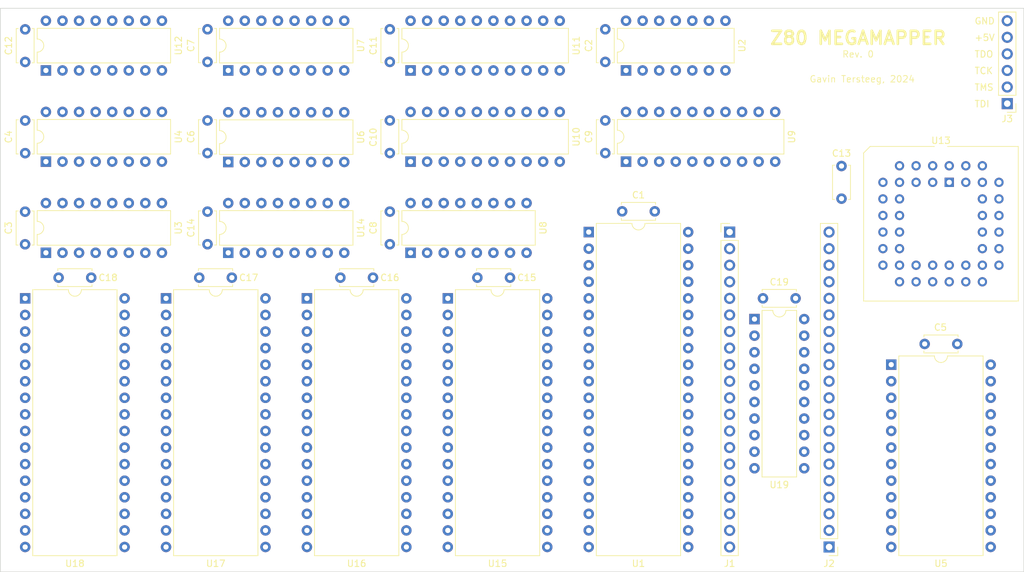
<source format=kicad_pcb>
(kicad_pcb (version 20221018) (generator pcbnew)
  (layers (0 "F.Cu" signal) (31 "B.Cu" signal) (34 "B.Paste" user) (35 "F.Paste" user) (36 "B.SilkS" user "B.Silkscreen") (37 "F.SilkS" user "F.Silkscreen") (38 "B.Mask" user) (39 "F.Mask" user) (44 "Edge.Cuts" user))
  (net 0 "")
  (net 1 "+5V")
  (net 2 "GND")
  (net 3 "/A11")
  (net 4 "/SYS_A12")
  (net 5 "/SYS_A13")
  (net 6 "/SYS_A14")
  (net 7 "/SYS_A15")
  (net 8 "/CLK")
  (net 9 "/D4")
  (net 10 "/D3")
  (net 11 "/D5")
  (net 12 "/D6")
  (net 13 "/D2")
  (net 14 "/D7")
  (net 15 "/D0")
  (net 16 "/D1")
  (net 17 "/*SYS_INT")
  (net 19 "/*HALT")
  (net 20 "/*SYS_MREQ")
  (net 21 "/*SYS_IORQ")
  (net 22 "/*RD")
  (net 23 "/*WR")
  (net 24 "/*BUSAK")
  (net 25 "/*WAIT")
  (net 26 "/*BUSRQ")
  (net 27 "/*RESET")
  (net 28 "/*M1")
  (net 29 "/*RFSH")
  (net 30 "/SYS_A0")
  (net 31 "/SYS_A1")
  (net 32 "/SYS_A2")
  (net 33 "/SYS_A3")
  (net 34 "/SYS_A4")
  (net 35 "/SYS_A5")
  (net 36 "/SYS_A6")
  (net 37 "/SYS_A7")
  (net 38 "/A8")
  (net 39 "/A9")
  (net 40 "/A10")
  (net 41 "Net-(J3-Pin_1)")
  (net 42 "Net-(J3-Pin_2)")
  (net 43 "Net-(J3-Pin_3)")
  (net 44 "Net-(J3-Pin_4)")
  (net 45 "/A12")
  (net 46 "/A13")
  (net 47 "/A14")
  (net 48 "/A15")
  (net 49 "/UB_D4")
  (net 50 "/UB_D3")
  (net 51 "/UB_D5")
  (net 52 "/UB_D6")
  (net 53 "/UB_D2")
  (net 54 "/UB_D7")
  (net 55 "/UB_D0")
  (net 56 "/UB_D1")
  (net 57 "/*INT")
  (net 58 "/*NMI")
  (net 59 "/*MREQ")
  (net 60 "/*IORQ")
  (net 61 "/A0")
  (net 62 "/A1")
  (net 63 "/A2")
  (net 64 "/A3")
  (net 65 "/A4")
  (net 66 "/A5")
  (net 67 "/A6")
  (net 68 "/A7")
  (net 69 "Net-(U4-Q4)")
  (net 70 "/*XMEM_WR")
  (net 74 "/BNK4")
  (net 75 "/BNK2")
  (net 76 "/BNK1")
  (net 77 "/BNK0")
  (net 78 "/*BNK_WR")
  (net 79 "Net-(U14B-A1)")
  (net 80 "Net-(U14B-A0)")
  (net 81 "/BNK5")
  (net 82 "/TRANS0")
  (net 83 "/TRANS1")
  (net 84 "/TRANS2")
  (net 85 "/TRANS3")
  (net 86 "/TRANS4")
  (net 87 "/TRANS5")
  (net 88 "/TRANS6")
  (net 89 "/TRANS7")
  (net 90 "/*TT_WR")
  (net 91 "/TRANS_DIR")
  (net 92 "/A_TRANS")
  (net 93 "/A_CAPT")
  (net 94 "/*UA_OE")
  (net 95 "/*ADDR_WR")
  (net 96 "/*LA_OE")
  (net 98 "Net-(U12-Oa=b)")
  (net 100 "/*ADDR_RD")
  (net 101 "/*XMEM_SEL")
  (net 104 "Net-(U14B-O3)")
  (net 105 "Net-(U14B-O2)")
  (net 106 "Net-(U14B-O1)")
  (net 107 "Net-(U14B-O0)")
  (footprint "Package_DIP:DIP-16_W7.62mm" (layer "F.Cu") (at 106.045 87.05 90)
    (fp_text reference "U6")
    (fp_text value "74LS157")
  )
  (footprint "Package_DIP:DIP-20_W7.62mm" (layer "F.Cu") (at 133.985 86.995 90)
    (fp_text reference "U10")
    (fp_text value "74LS374")
  )
  (footprint "Capacitor_THT:C_Disc_D5.0mm_W2.5mm_P5.00mm" (layer "F.Cu") (at 163.83 66.715 -90)
    (fp_text reference "C2")
    (fp_text value "0.1 uF")
  )
  (footprint "Capacitor_THT:C_Disc_D5.0mm_W2.5mm_P5.00mm" (layer "F.Cu") (at 74.93 66.725 -90)
    (fp_text reference "C12")
    (fp_text value "0.1 uF")
  )
  (footprint "Package_DIP:DIP-16_W7.62mm" (layer "F.Cu") (at 78.105 73.025 90)
    (fp_text reference "U12")
    (fp_text value "74LS85")
  )
  (footprint "Package_DIP:DIP-16_W7.62mm" (layer "F.Cu") (at 133.985 100.965 90)
    (fp_text reference "U8")
    (fp_text value "74LS157")
  )
  (footprint "Capacitor_THT:C_Disc_D5.0mm_W2.5mm_P5.00mm" (layer "F.Cu") (at 102.87 80.685 -90)
    (fp_text reference "C6")
    (fp_text value "0.1 uF")
  )
  (footprint "Package_DIP:DIP-40_W15.24mm" (layer "F.Cu") (at 161.29 97.79)
    (fp_text reference "U1")
    (fp_text value "Z80CPU")
  )
  (footprint "Package_DIP:DIP-20_W7.62mm" (layer "F.Cu") (at 186.69 111.125)
    (fp_text reference "U19")
    (fp_text value "74LS245")
  )
  (footprint "Capacitor_THT:C_Disc_D5.0mm_W2.5mm_P5.00mm" (layer "F.Cu") (at 163.83 80.685 -90)
    (fp_text reference "C9")
    (fp_text value "0.1 uF")
  )
  (footprint "Package_DIP:DIP-16_W7.62mm" (layer "F.Cu") (at 106.045 100.965 90)
    (fp_text reference "U14")
    (fp_text value "74LS139")
  )
  (footprint "Capacitor_THT:C_Disc_D5.0mm_W2.5mm_P5.00mm" (layer "F.Cu") (at 102.87 66.715 -90)
    (fp_text reference "C7")
    (fp_text value "0.1 uF")
  )
  (footprint "Capacitor_THT:C_Disc_D5.0mm_W2.5mm_P5.00mm" (layer "F.Cu") (at 166.41 94.615)
    (fp_text reference "C1")
    (fp_text value "0.1 uF")
  )
  (footprint "Capacitor_THT:C_Disc_D5.0mm_W2.5mm_P5.00mm" (layer "F.Cu") (at 74.915 94.665 -90)
    (fp_text reference "C3")
    (fp_text value "0.1 uF")
  )
  (footprint "Package_DIP:DIP-14_W7.62mm" (layer "F.Cu") (at 167.005 73.025 90)
    (fp_text reference "U2")
    (fp_text value "74LS32")
  )
  (footprint "Package_DIP:DIP-32_W15.24mm" (layer "F.Cu") (at 74.925 107.95)
    (fp_text reference "U18")
    (fp_text value "AS6C4008-55PCN")
  )
  (footprint "Capacitor_THT:C_Disc_D5.0mm_W2.5mm_P5.00mm" (layer "F.Cu") (at 74.93 80.695 -90)
    (fp_text reference "C4")
    (fp_text value "0.1 uF")
  )
  (footprint "Package_DIP:DIP-16_W7.62mm" (layer "F.Cu") (at 106.045 73.025 90)
    (fp_text reference "U7")
    (fp_text value "74LS157")
  )
  (footprint "Capacitor_THT:C_Disc_D5.0mm_W2.5mm_P5.00mm" (layer "F.Cu") (at 187.99 107.945)
    (fp_text reference "C19")
    (fp_text value "0.1 uF")
  )
  (footprint "Capacitor_THT:C_Disc_D5.0mm_W2.5mm_P5.00mm" (layer "F.Cu") (at 200.025 92.67 90)
    (fp_text reference "C13")
    (fp_text value "0.1 uF")
  )
  (footprint "Package_LCC:PLCC-44_THT-Socket" (layer "F.Cu") (at 216.535 90.17)
    (fp_text reference "U13")
    (fp_text value "XC9536PC44")
  )
  (footprint "Capacitor_THT:C_Disc_D5.0mm_W2.5mm_P5.00mm" (layer "F.Cu") (at 130.81 80.685 -90)
    (fp_text reference "C10")
    (fp_text value "0.1 uF")
  )
  (footprint "Connector_PinHeader_2.54mm:PinHeader_1x20_P2.54mm_Vertical" (layer "F.Cu") (at 198.12 146.05 180)
    (fp_text reference "J2")
    (fp_text value "Z80 Socket Header")
  )
  (footprint "Capacitor_THT:C_Disc_D5.0mm_W2.5mm_P5.00mm" (layer "F.Cu") (at 123.23 104.775)
    (fp_text reference "C16")
    (fp_text value "0.1 uF")
  )
  (footprint "Package_DIP:DIP-16_W7.62mm" (layer "F.Cu") (at 78.105 100.965 90)
    (fp_text reference "U3")
    (fp_text value "74LS670")
  )
  (footprint "Package_DIP:DIP-20_W7.62mm" (layer "F.Cu") (at 167.005 86.995 90)
    (fp_text reference "U9")
    (fp_text value "74LS244")
  )
  (footprint "Capacitor_THT:C_Disc_D5.0mm_W2.5mm_P5.00mm" (layer "F.Cu") (at 102.87 94.655 -90)
    (fp_text reference "C14")
    (fp_text value "0.1 uF")
  )
  (footprint "Capacitor_THT:C_Disc_D5.0mm_W2.5mm_P5.00mm" (layer "F.Cu") (at 130.81 94.655 -90)
    (fp_text reference "C8")
    (fp_text value "0.1 uF")
  )
  (footprint "Package_DIP:DIP-32_W15.24mm" (layer "F.Cu") (at 139.695 107.95)
    (fp_text reference "U15")
    (fp_text value "AS6C4008-55PCN")
  )
  (footprint "Package_DIP:DIP-16_W7.62mm" (layer "F.Cu") (at 78.105 86.995 90)
    (fp_text reference "U4")
    (fp_text value "74LS670")
  )
  (footprint "Capacitor_THT:C_Disc_D5.0mm_W2.5mm_P5.00mm" (layer "F.Cu") (at 85.05 104.775 180)
    (fp_text reference "C18")
    (fp_text value "0.1 uF")
  )
  (footprint "Capacitor_THT:C_Disc_D5.0mm_W2.5mm_P5.00mm" (layer "F.Cu") (at 149.225 104.775 180)
    (fp_text reference "C15")
    (fp_text value "0.1 uF")
  )
  (footprint "Package_DIP:DIP-32_W15.24mm" (layer "F.Cu") (at 96.515 107.95)
    (fp_text reference "U17")
    (fp_text value "AS6C4008-55PCN")
  )
  (footprint "Package_DIP:DIP-32_W15.24mm" (layer "F.Cu") (at 118.105 107.95)
    (fp_text reference "U16")
    (fp_text value "AS6C4008-55PCN")
  )
  (footprint "Capacitor_THT:C_Disc_D5.0mm_W2.5mm_P5.00mm" (layer "F.Cu") (at 106.6 104.775 180)
    (fp_text reference "C17")
    (fp_text value "0.1 uF")
  )
  (footprint "Capacitor_THT:C_Disc_D5.0mm_W2.5mm_P5.00mm" (layer "F.Cu") (at 130.81 66.715 -90)
    (fp_text reference "C11")
    (fp_text value "0.1 uF")
  )
  (footprint "Connector_PinHeader_2.54mm:PinHeader_1x20_P2.54mm_Vertical" (layer "F.Cu") (at 182.88 97.79)
    (fp_text reference "J1")
    (fp_text value "Z80 Socket Header")
  )
  (footprint "Package_DIP:DIP-24_W15.24mm" (layer "F.Cu") (at 207.645 118.105)
    (fp_text reference "U5")
    (fp_text value "HM6116")
  )
  (footprint "Capacitor_THT:C_Disc_D5.0mm_W2.5mm_P5.00mm" (layer "F.Cu") (at 217.77 114.935 180)
    (fp_text reference "C5")
    (fp_text value "0.1 uF")
  )
  (footprint "Package_DIP:DIP-20_W7.62mm" (layer "F.Cu") (at 133.985 73.025 90)
    (fp_text reference "U11")
    (fp_text value "74LS374")
  )
  (footprint "Connector_PinHeader_2.54mm:PinHeader_1x06_P2.54mm_Vertical" (layer "F.Cu") (at 225.425 78.105 180)
    (fp_text reference "J3")
    (fp_text value "JTAG")
  )
  (gr_rect (start 71.12 63.5) (end 227.965 149.86) (stroke (width 0.1)) (fill none) (layer "Edge.Cuts"))
  (gr_text "Rev. 0" (at 202.565 71.12) (layer "F.SilkS") (effects (font (size 1 1) (thickness 0.125)) (justify bottom)))
  (gr_text "Z80 MEGAMAPPER\n" (at 202.565 69.215) (layer "F.SilkS") (effects (font (size 2 2) (thickness 0.4) bold) (justify bottom)))
  (gr_text "TDI" (at 220.345 78.74) (layer "F.SilkS") (effects (font (size 1 1)) (justify left bottom)))
  (gr_text "+5V\n" (at 220.345 68.58) (layer "F.SilkS") (effects (font (size 1 1)) (justify left bottom)))
  (gr_text "TMS\n" (at 220.345 76.2) (layer "F.SilkS") (effects (font (size 1 1)) (justify left bottom)))
  (gr_text "GND" (at 220.345 66.04) (layer "F.SilkS") (effects (font (size 1 1)) (justify left bottom)))
  (gr_text "TCK" (at 220.345 73.66) (layer "F.SilkS") (effects (font (size 1 1)) (justify left bottom)))
  (gr_text "TDO\n" (at 220.345 71.12) (layer "F.SilkS") (effects (font (size 1 1)) (justify left bottom)))
  (gr_text "Gavin Tersteeg, 2024" (at 203.2 74.93) (layer "F.SilkS") (effects (font (size 1 1) (thickness 0.125)) (justify bottom)))
)
</source>
